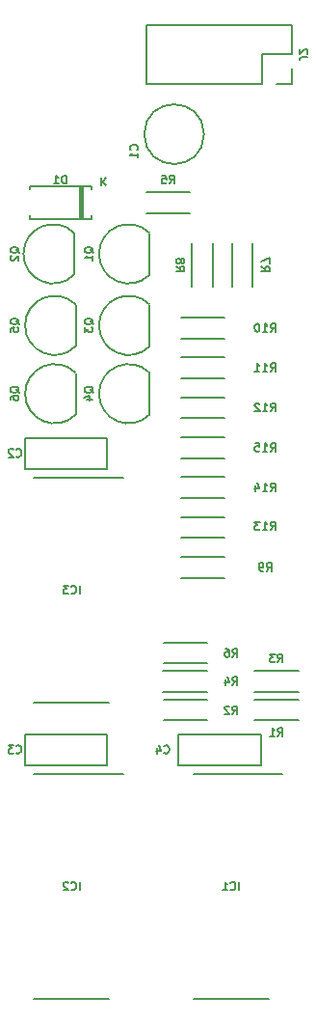
<source format=gbr>
%TF.GenerationSoftware,KiCad,Pcbnew,(6.0.0)*%
%TF.CreationDate,2022-02-24T16:42:11-08:00*%
%TF.ProjectId,16Bars,31364261-7273-42e6-9b69-6361645f7063,rev?*%
%TF.SameCoordinates,Original*%
%TF.FileFunction,Legend,Bot*%
%TF.FilePolarity,Positive*%
%FSLAX46Y46*%
G04 Gerber Fmt 4.6, Leading zero omitted, Abs format (unit mm)*
G04 Created by KiCad (PCBNEW (6.0.0)) date 2022-02-24 16:42:11*
%MOMM*%
%LPD*%
G01*
G04 APERTURE LIST*
%ADD10C,0.150000*%
G04 APERTURE END LIST*
D10*
%TO.C,R5*%
X71580000Y-51325714D02*
X71820000Y-50982857D01*
X71991428Y-51325714D02*
X71991428Y-50605714D01*
X71717142Y-50605714D01*
X71648571Y-50640000D01*
X71614285Y-50674285D01*
X71580000Y-50742857D01*
X71580000Y-50845714D01*
X71614285Y-50914285D01*
X71648571Y-50948571D01*
X71717142Y-50982857D01*
X71991428Y-50982857D01*
X70928571Y-50605714D02*
X71271428Y-50605714D01*
X71305714Y-50948571D01*
X71271428Y-50914285D01*
X71202857Y-50880000D01*
X71031428Y-50880000D01*
X70962857Y-50914285D01*
X70928571Y-50948571D01*
X70894285Y-51017142D01*
X70894285Y-51188571D01*
X70928571Y-51257142D01*
X70962857Y-51291428D01*
X71031428Y-51325714D01*
X71202857Y-51325714D01*
X71271428Y-51291428D01*
X71305714Y-51257142D01*
%TO.C,R7*%
X79674285Y-58580000D02*
X80017142Y-58820000D01*
X79674285Y-58991428D02*
X80394285Y-58991428D01*
X80394285Y-58717142D01*
X80360000Y-58648571D01*
X80325714Y-58614285D01*
X80257142Y-58580000D01*
X80154285Y-58580000D01*
X80085714Y-58614285D01*
X80051428Y-58648571D01*
X80017142Y-58717142D01*
X80017142Y-58991428D01*
X80394285Y-58340000D02*
X80394285Y-57860000D01*
X79674285Y-58168571D01*
%TO.C,R8*%
X72174285Y-58580000D02*
X72517142Y-58820000D01*
X72174285Y-58991428D02*
X72894285Y-58991428D01*
X72894285Y-58717142D01*
X72860000Y-58648571D01*
X72825714Y-58614285D01*
X72757142Y-58580000D01*
X72654285Y-58580000D01*
X72585714Y-58614285D01*
X72551428Y-58648571D01*
X72517142Y-58717142D01*
X72517142Y-58991428D01*
X72585714Y-58168571D02*
X72620000Y-58237142D01*
X72654285Y-58271428D01*
X72722857Y-58305714D01*
X72757142Y-58305714D01*
X72825714Y-58271428D01*
X72860000Y-58237142D01*
X72894285Y-58168571D01*
X72894285Y-58031428D01*
X72860000Y-57962857D01*
X72825714Y-57928571D01*
X72757142Y-57894285D01*
X72722857Y-57894285D01*
X72654285Y-57928571D01*
X72620000Y-57962857D01*
X72585714Y-58031428D01*
X72585714Y-58168571D01*
X72551428Y-58237142D01*
X72517142Y-58271428D01*
X72448571Y-58305714D01*
X72311428Y-58305714D01*
X72242857Y-58271428D01*
X72208571Y-58237142D01*
X72174285Y-58168571D01*
X72174285Y-58031428D01*
X72208571Y-57962857D01*
X72242857Y-57928571D01*
X72311428Y-57894285D01*
X72448571Y-57894285D01*
X72517142Y-57928571D01*
X72551428Y-57962857D01*
X72585714Y-58031428D01*
%TO.C,IC3*%
X63702857Y-87325714D02*
X63702857Y-86605714D01*
X62948571Y-87257142D02*
X62982857Y-87291428D01*
X63085714Y-87325714D01*
X63154285Y-87325714D01*
X63257142Y-87291428D01*
X63325714Y-87222857D01*
X63360000Y-87154285D01*
X63394285Y-87017142D01*
X63394285Y-86914285D01*
X63360000Y-86777142D01*
X63325714Y-86708571D01*
X63257142Y-86640000D01*
X63154285Y-86605714D01*
X63085714Y-86605714D01*
X62982857Y-86640000D01*
X62948571Y-86674285D01*
X62708571Y-86605714D02*
X62262857Y-86605714D01*
X62502857Y-86880000D01*
X62400000Y-86880000D01*
X62331428Y-86914285D01*
X62297142Y-86948571D01*
X62262857Y-87017142D01*
X62262857Y-87188571D01*
X62297142Y-87257142D01*
X62331428Y-87291428D01*
X62400000Y-87325714D01*
X62605714Y-87325714D01*
X62674285Y-87291428D01*
X62708571Y-87257142D01*
%TO.C,D1*%
X62531428Y-51325714D02*
X62531428Y-50605714D01*
X62360000Y-50605714D01*
X62257142Y-50640000D01*
X62188571Y-50708571D01*
X62154285Y-50777142D01*
X62120000Y-50914285D01*
X62120000Y-51017142D01*
X62154285Y-51154285D01*
X62188571Y-51222857D01*
X62257142Y-51291428D01*
X62360000Y-51325714D01*
X62531428Y-51325714D01*
X61434285Y-51325714D02*
X61845714Y-51325714D01*
X61640000Y-51325714D02*
X61640000Y-50605714D01*
X61708571Y-50708571D01*
X61777142Y-50777142D01*
X61845714Y-50811428D01*
X65621428Y-50774285D02*
X65621428Y-51494285D01*
X66032857Y-50774285D02*
X65724285Y-51185714D01*
X66032857Y-51494285D02*
X65621428Y-51082857D01*
%TO.C,R9*%
X80120000Y-85325714D02*
X80360000Y-84982857D01*
X80531428Y-85325714D02*
X80531428Y-84605714D01*
X80257142Y-84605714D01*
X80188571Y-84640000D01*
X80154285Y-84674285D01*
X80120000Y-84742857D01*
X80120000Y-84845714D01*
X80154285Y-84914285D01*
X80188571Y-84948571D01*
X80257142Y-84982857D01*
X80531428Y-84982857D01*
X79777142Y-85325714D02*
X79640000Y-85325714D01*
X79571428Y-85291428D01*
X79537142Y-85257142D01*
X79468571Y-85154285D01*
X79434285Y-85017142D01*
X79434285Y-84742857D01*
X79468571Y-84674285D01*
X79502857Y-84640000D01*
X79571428Y-84605714D01*
X79708571Y-84605714D01*
X79777142Y-84640000D01*
X79811428Y-84674285D01*
X79845714Y-84742857D01*
X79845714Y-84914285D01*
X79811428Y-84982857D01*
X79777142Y-85017142D01*
X79708571Y-85051428D01*
X79571428Y-85051428D01*
X79502857Y-85017142D01*
X79468571Y-84982857D01*
X79434285Y-84914285D01*
%TO.C,C3*%
X58120000Y-101257142D02*
X58154285Y-101291428D01*
X58257142Y-101325714D01*
X58325714Y-101325714D01*
X58428571Y-101291428D01*
X58497142Y-101222857D01*
X58531428Y-101154285D01*
X58565714Y-101017142D01*
X58565714Y-100914285D01*
X58531428Y-100777142D01*
X58497142Y-100708571D01*
X58428571Y-100640000D01*
X58325714Y-100605714D01*
X58257142Y-100605714D01*
X58154285Y-100640000D01*
X58120000Y-100674285D01*
X57880000Y-100605714D02*
X57434285Y-100605714D01*
X57674285Y-100880000D01*
X57571428Y-100880000D01*
X57502857Y-100914285D01*
X57468571Y-100948571D01*
X57434285Y-101017142D01*
X57434285Y-101188571D01*
X57468571Y-101257142D01*
X57502857Y-101291428D01*
X57571428Y-101325714D01*
X57777142Y-101325714D01*
X57845714Y-101291428D01*
X57880000Y-101257142D01*
%TO.C,Q5*%
X58394285Y-63701428D02*
X58360000Y-63632857D01*
X58291428Y-63564285D01*
X58188571Y-63461428D01*
X58154285Y-63392857D01*
X58154285Y-63324285D01*
X58325714Y-63358571D02*
X58291428Y-63290000D01*
X58222857Y-63221428D01*
X58085714Y-63187142D01*
X57845714Y-63187142D01*
X57708571Y-63221428D01*
X57640000Y-63290000D01*
X57605714Y-63358571D01*
X57605714Y-63495714D01*
X57640000Y-63564285D01*
X57708571Y-63632857D01*
X57845714Y-63667142D01*
X58085714Y-63667142D01*
X58222857Y-63632857D01*
X58291428Y-63564285D01*
X58325714Y-63495714D01*
X58325714Y-63358571D01*
X57605714Y-64318571D02*
X57605714Y-63975714D01*
X57948571Y-63941428D01*
X57914285Y-63975714D01*
X57880000Y-64044285D01*
X57880000Y-64215714D01*
X57914285Y-64284285D01*
X57948571Y-64318571D01*
X58017142Y-64352857D01*
X58188571Y-64352857D01*
X58257142Y-64318571D01*
X58291428Y-64284285D01*
X58325714Y-64215714D01*
X58325714Y-64044285D01*
X58291428Y-63975714D01*
X58257142Y-63941428D01*
%TO.C,R2*%
X77120000Y-97897143D02*
X77360000Y-97554286D01*
X77531428Y-97897143D02*
X77531428Y-97177143D01*
X77257142Y-97177143D01*
X77188571Y-97211429D01*
X77154285Y-97245714D01*
X77120000Y-97314286D01*
X77120000Y-97417143D01*
X77154285Y-97485714D01*
X77188571Y-97520000D01*
X77257142Y-97554286D01*
X77531428Y-97554286D01*
X76845714Y-97245714D02*
X76811428Y-97211429D01*
X76742857Y-97177143D01*
X76571428Y-97177143D01*
X76502857Y-97211429D01*
X76468571Y-97245714D01*
X76434285Y-97314286D01*
X76434285Y-97382857D01*
X76468571Y-97485714D01*
X76880000Y-97897143D01*
X76434285Y-97897143D01*
%TO.C,IC1*%
X77702857Y-113325714D02*
X77702857Y-112605714D01*
X76948571Y-113257142D02*
X76982857Y-113291428D01*
X77085714Y-113325714D01*
X77154285Y-113325714D01*
X77257142Y-113291428D01*
X77325714Y-113222857D01*
X77360000Y-113154285D01*
X77394285Y-113017142D01*
X77394285Y-112914285D01*
X77360000Y-112777142D01*
X77325714Y-112708571D01*
X77257142Y-112640000D01*
X77154285Y-112605714D01*
X77085714Y-112605714D01*
X76982857Y-112640000D01*
X76948571Y-112674285D01*
X76262857Y-113325714D02*
X76674285Y-113325714D01*
X76468571Y-113325714D02*
X76468571Y-112605714D01*
X76537142Y-112708571D01*
X76605714Y-112777142D01*
X76674285Y-112811428D01*
%TO.C,C4*%
X71120000Y-101257142D02*
X71154285Y-101291428D01*
X71257142Y-101325714D01*
X71325714Y-101325714D01*
X71428571Y-101291428D01*
X71497142Y-101222857D01*
X71531428Y-101154285D01*
X71565714Y-101017142D01*
X71565714Y-100914285D01*
X71531428Y-100777142D01*
X71497142Y-100708571D01*
X71428571Y-100640000D01*
X71325714Y-100605714D01*
X71257142Y-100605714D01*
X71154285Y-100640000D01*
X71120000Y-100674285D01*
X70502857Y-100845714D02*
X70502857Y-101325714D01*
X70674285Y-100571428D02*
X70845714Y-101085714D01*
X70400000Y-101085714D01*
%TO.C,R13*%
X80462857Y-81725714D02*
X80702857Y-81382857D01*
X80874285Y-81725714D02*
X80874285Y-81005714D01*
X80600000Y-81005714D01*
X80531428Y-81040000D01*
X80497142Y-81074285D01*
X80462857Y-81142857D01*
X80462857Y-81245714D01*
X80497142Y-81314285D01*
X80531428Y-81348571D01*
X80600000Y-81382857D01*
X80874285Y-81382857D01*
X79777142Y-81725714D02*
X80188571Y-81725714D01*
X79982857Y-81725714D02*
X79982857Y-81005714D01*
X80051428Y-81108571D01*
X80120000Y-81177142D01*
X80188571Y-81211428D01*
X79537142Y-81005714D02*
X79091428Y-81005714D01*
X79331428Y-81280000D01*
X79228571Y-81280000D01*
X79160000Y-81314285D01*
X79125714Y-81348571D01*
X79091428Y-81417142D01*
X79091428Y-81588571D01*
X79125714Y-81657142D01*
X79160000Y-81691428D01*
X79228571Y-81725714D01*
X79434285Y-81725714D01*
X79502857Y-81691428D01*
X79537142Y-81657142D01*
%TO.C,R6*%
X77120000Y-92861430D02*
X77360000Y-92518573D01*
X77531428Y-92861430D02*
X77531428Y-92141430D01*
X77257142Y-92141430D01*
X77188571Y-92175716D01*
X77154285Y-92210001D01*
X77120000Y-92278573D01*
X77120000Y-92381430D01*
X77154285Y-92450001D01*
X77188571Y-92484287D01*
X77257142Y-92518573D01*
X77531428Y-92518573D01*
X76502857Y-92141430D02*
X76640000Y-92141430D01*
X76708571Y-92175716D01*
X76742857Y-92210001D01*
X76811428Y-92312858D01*
X76845714Y-92450001D01*
X76845714Y-92724287D01*
X76811428Y-92792858D01*
X76777142Y-92827144D01*
X76708571Y-92861430D01*
X76571428Y-92861430D01*
X76502857Y-92827144D01*
X76468571Y-92792858D01*
X76434285Y-92724287D01*
X76434285Y-92552858D01*
X76468571Y-92484287D01*
X76502857Y-92450001D01*
X76571428Y-92415716D01*
X76708571Y-92415716D01*
X76777142Y-92450001D01*
X76811428Y-92484287D01*
X76845714Y-92552858D01*
%TO.C,Q1*%
X64894285Y-57431428D02*
X64860000Y-57362857D01*
X64791428Y-57294285D01*
X64688571Y-57191428D01*
X64654285Y-57122857D01*
X64654285Y-57054285D01*
X64825714Y-57088571D02*
X64791428Y-57020000D01*
X64722857Y-56951428D01*
X64585714Y-56917142D01*
X64345714Y-56917142D01*
X64208571Y-56951428D01*
X64140000Y-57020000D01*
X64105714Y-57088571D01*
X64105714Y-57225714D01*
X64140000Y-57294285D01*
X64208571Y-57362857D01*
X64345714Y-57397142D01*
X64585714Y-57397142D01*
X64722857Y-57362857D01*
X64791428Y-57294285D01*
X64825714Y-57225714D01*
X64825714Y-57088571D01*
X64825714Y-58082857D02*
X64825714Y-57671428D01*
X64825714Y-57877142D02*
X64105714Y-57877142D01*
X64208571Y-57808571D01*
X64277142Y-57740000D01*
X64311428Y-57671428D01*
%TO.C,C2*%
X58120000Y-75257142D02*
X58154285Y-75291428D01*
X58257142Y-75325714D01*
X58325714Y-75325714D01*
X58428571Y-75291428D01*
X58497142Y-75222857D01*
X58531428Y-75154285D01*
X58565714Y-75017142D01*
X58565714Y-74914285D01*
X58531428Y-74777142D01*
X58497142Y-74708571D01*
X58428571Y-74640000D01*
X58325714Y-74605714D01*
X58257142Y-74605714D01*
X58154285Y-74640000D01*
X58120000Y-74674285D01*
X57845714Y-74674285D02*
X57811428Y-74640000D01*
X57742857Y-74605714D01*
X57571428Y-74605714D01*
X57502857Y-74640000D01*
X57468571Y-74674285D01*
X57434285Y-74742857D01*
X57434285Y-74811428D01*
X57468571Y-74914285D01*
X57880000Y-75325714D01*
X57434285Y-75325714D01*
%TO.C,Q2*%
X58394285Y-57431428D02*
X58360000Y-57362857D01*
X58291428Y-57294285D01*
X58188571Y-57191428D01*
X58154285Y-57122857D01*
X58154285Y-57054285D01*
X58325714Y-57088571D02*
X58291428Y-57020000D01*
X58222857Y-56951428D01*
X58085714Y-56917142D01*
X57845714Y-56917142D01*
X57708571Y-56951428D01*
X57640000Y-57020000D01*
X57605714Y-57088571D01*
X57605714Y-57225714D01*
X57640000Y-57294285D01*
X57708571Y-57362857D01*
X57845714Y-57397142D01*
X58085714Y-57397142D01*
X58222857Y-57362857D01*
X58291428Y-57294285D01*
X58325714Y-57225714D01*
X58325714Y-57088571D01*
X57674285Y-57671428D02*
X57640000Y-57705714D01*
X57605714Y-57774285D01*
X57605714Y-57945714D01*
X57640000Y-58014285D01*
X57674285Y-58048571D01*
X57742857Y-58082857D01*
X57811428Y-58082857D01*
X57914285Y-58048571D01*
X58325714Y-57637142D01*
X58325714Y-58082857D01*
%TO.C,R12*%
X80462857Y-71325714D02*
X80702857Y-70982857D01*
X80874285Y-71325714D02*
X80874285Y-70605714D01*
X80600000Y-70605714D01*
X80531428Y-70640000D01*
X80497142Y-70674285D01*
X80462857Y-70742857D01*
X80462857Y-70845714D01*
X80497142Y-70914285D01*
X80531428Y-70948571D01*
X80600000Y-70982857D01*
X80874285Y-70982857D01*
X79777142Y-71325714D02*
X80188571Y-71325714D01*
X79982857Y-71325714D02*
X79982857Y-70605714D01*
X80051428Y-70708571D01*
X80120000Y-70777142D01*
X80188571Y-70811428D01*
X79502857Y-70674285D02*
X79468571Y-70640000D01*
X79400000Y-70605714D01*
X79228571Y-70605714D01*
X79160000Y-70640000D01*
X79125714Y-70674285D01*
X79091428Y-70742857D01*
X79091428Y-70811428D01*
X79125714Y-70914285D01*
X79537142Y-71325714D01*
X79091428Y-71325714D01*
%TO.C,R3*%
X81120000Y-93325714D02*
X81360000Y-92982857D01*
X81531428Y-93325714D02*
X81531428Y-92605714D01*
X81257142Y-92605714D01*
X81188571Y-92640000D01*
X81154285Y-92674285D01*
X81120000Y-92742857D01*
X81120000Y-92845714D01*
X81154285Y-92914285D01*
X81188571Y-92948571D01*
X81257142Y-92982857D01*
X81531428Y-92982857D01*
X80880000Y-92605714D02*
X80434285Y-92605714D01*
X80674285Y-92880000D01*
X80571428Y-92880000D01*
X80502857Y-92914285D01*
X80468571Y-92948571D01*
X80434285Y-93017142D01*
X80434285Y-93188571D01*
X80468571Y-93257142D01*
X80502857Y-93291428D01*
X80571428Y-93325714D01*
X80777142Y-93325714D01*
X80845714Y-93291428D01*
X80880000Y-93257142D01*
%TO.C,Q3*%
X64894285Y-63701428D02*
X64860000Y-63632857D01*
X64791428Y-63564285D01*
X64688571Y-63461428D01*
X64654285Y-63392857D01*
X64654285Y-63324285D01*
X64825714Y-63358571D02*
X64791428Y-63290000D01*
X64722857Y-63221428D01*
X64585714Y-63187142D01*
X64345714Y-63187142D01*
X64208571Y-63221428D01*
X64140000Y-63290000D01*
X64105714Y-63358571D01*
X64105714Y-63495714D01*
X64140000Y-63564285D01*
X64208571Y-63632857D01*
X64345714Y-63667142D01*
X64585714Y-63667142D01*
X64722857Y-63632857D01*
X64791428Y-63564285D01*
X64825714Y-63495714D01*
X64825714Y-63358571D01*
X64105714Y-63907142D02*
X64105714Y-64352857D01*
X64380000Y-64112857D01*
X64380000Y-64215714D01*
X64414285Y-64284285D01*
X64448571Y-64318571D01*
X64517142Y-64352857D01*
X64688571Y-64352857D01*
X64757142Y-64318571D01*
X64791428Y-64284285D01*
X64825714Y-64215714D01*
X64825714Y-64010000D01*
X64791428Y-63941428D01*
X64757142Y-63907142D01*
%TO.C,J2*%
X83743885Y-40245000D02*
X83229600Y-40245000D01*
X83126742Y-40279285D01*
X83058171Y-40347857D01*
X83023885Y-40450714D01*
X83023885Y-40519285D01*
X83675314Y-39936428D02*
X83709600Y-39902142D01*
X83743885Y-39833571D01*
X83743885Y-39662142D01*
X83709600Y-39593571D01*
X83675314Y-39559285D01*
X83606742Y-39525000D01*
X83538171Y-39525000D01*
X83435314Y-39559285D01*
X83023885Y-39970714D01*
X83023885Y-39525000D01*
%TO.C,R11*%
X80462857Y-67825714D02*
X80702857Y-67482857D01*
X80874285Y-67825714D02*
X80874285Y-67105714D01*
X80600000Y-67105714D01*
X80531428Y-67140000D01*
X80497142Y-67174285D01*
X80462857Y-67242857D01*
X80462857Y-67345714D01*
X80497142Y-67414285D01*
X80531428Y-67448571D01*
X80600000Y-67482857D01*
X80874285Y-67482857D01*
X79777142Y-67825714D02*
X80188571Y-67825714D01*
X79982857Y-67825714D02*
X79982857Y-67105714D01*
X80051428Y-67208571D01*
X80120000Y-67277142D01*
X80188571Y-67311428D01*
X79091428Y-67825714D02*
X79502857Y-67825714D01*
X79297142Y-67825714D02*
X79297142Y-67105714D01*
X79365714Y-67208571D01*
X79434285Y-67277142D01*
X79502857Y-67311428D01*
%TO.C,R15*%
X80462857Y-74825714D02*
X80702857Y-74482857D01*
X80874285Y-74825714D02*
X80874285Y-74105714D01*
X80600000Y-74105714D01*
X80531428Y-74140000D01*
X80497142Y-74174285D01*
X80462857Y-74242857D01*
X80462857Y-74345714D01*
X80497142Y-74414285D01*
X80531428Y-74448571D01*
X80600000Y-74482857D01*
X80874285Y-74482857D01*
X79777142Y-74825714D02*
X80188571Y-74825714D01*
X79982857Y-74825714D02*
X79982857Y-74105714D01*
X80051428Y-74208571D01*
X80120000Y-74277142D01*
X80188571Y-74311428D01*
X79125714Y-74105714D02*
X79468571Y-74105714D01*
X79502857Y-74448571D01*
X79468571Y-74414285D01*
X79400000Y-74380000D01*
X79228571Y-74380000D01*
X79160000Y-74414285D01*
X79125714Y-74448571D01*
X79091428Y-74517142D01*
X79091428Y-74688571D01*
X79125714Y-74757142D01*
X79160000Y-74791428D01*
X79228571Y-74825714D01*
X79400000Y-74825714D01*
X79468571Y-74791428D01*
X79502857Y-74757142D01*
%TO.C,R10*%
X80462857Y-64325714D02*
X80702857Y-63982857D01*
X80874285Y-64325714D02*
X80874285Y-63605714D01*
X80600000Y-63605714D01*
X80531428Y-63640000D01*
X80497142Y-63674285D01*
X80462857Y-63742857D01*
X80462857Y-63845714D01*
X80497142Y-63914285D01*
X80531428Y-63948571D01*
X80600000Y-63982857D01*
X80874285Y-63982857D01*
X79777142Y-64325714D02*
X80188571Y-64325714D01*
X79982857Y-64325714D02*
X79982857Y-63605714D01*
X80051428Y-63708571D01*
X80120000Y-63777142D01*
X80188571Y-63811428D01*
X79331428Y-63605714D02*
X79262857Y-63605714D01*
X79194285Y-63640000D01*
X79160000Y-63674285D01*
X79125714Y-63742857D01*
X79091428Y-63880000D01*
X79091428Y-64051428D01*
X79125714Y-64188571D01*
X79160000Y-64257142D01*
X79194285Y-64291428D01*
X79262857Y-64325714D01*
X79331428Y-64325714D01*
X79400000Y-64291428D01*
X79434285Y-64257142D01*
X79468571Y-64188571D01*
X79502857Y-64051428D01*
X79502857Y-63880000D01*
X79468571Y-63742857D01*
X79434285Y-63674285D01*
X79400000Y-63640000D01*
X79331428Y-63605714D01*
%TO.C,IC2*%
X63702857Y-113325714D02*
X63702857Y-112605714D01*
X62948571Y-113257142D02*
X62982857Y-113291428D01*
X63085714Y-113325714D01*
X63154285Y-113325714D01*
X63257142Y-113291428D01*
X63325714Y-113222857D01*
X63360000Y-113154285D01*
X63394285Y-113017142D01*
X63394285Y-112914285D01*
X63360000Y-112777142D01*
X63325714Y-112708571D01*
X63257142Y-112640000D01*
X63154285Y-112605714D01*
X63085714Y-112605714D01*
X62982857Y-112640000D01*
X62948571Y-112674285D01*
X62674285Y-112674285D02*
X62640000Y-112640000D01*
X62571428Y-112605714D01*
X62400000Y-112605714D01*
X62331428Y-112640000D01*
X62297142Y-112674285D01*
X62262857Y-112742857D01*
X62262857Y-112811428D01*
X62297142Y-112914285D01*
X62708571Y-113325714D01*
X62262857Y-113325714D01*
%TO.C,C1*%
X68757142Y-48380000D02*
X68791428Y-48345714D01*
X68825714Y-48242857D01*
X68825714Y-48174285D01*
X68791428Y-48071428D01*
X68722857Y-48002857D01*
X68654285Y-47968571D01*
X68517142Y-47934285D01*
X68414285Y-47934285D01*
X68277142Y-47968571D01*
X68208571Y-48002857D01*
X68140000Y-48071428D01*
X68105714Y-48174285D01*
X68105714Y-48242857D01*
X68140000Y-48345714D01*
X68174285Y-48380000D01*
X68825714Y-49065714D02*
X68825714Y-48654285D01*
X68825714Y-48860000D02*
X68105714Y-48860000D01*
X68208571Y-48791428D01*
X68277142Y-48722857D01*
X68311428Y-48654285D01*
%TO.C,Q6*%
X58394285Y-69701428D02*
X58360000Y-69632857D01*
X58291428Y-69564285D01*
X58188571Y-69461428D01*
X58154285Y-69392857D01*
X58154285Y-69324285D01*
X58325714Y-69358571D02*
X58291428Y-69290000D01*
X58222857Y-69221428D01*
X58085714Y-69187142D01*
X57845714Y-69187142D01*
X57708571Y-69221428D01*
X57640000Y-69290000D01*
X57605714Y-69358571D01*
X57605714Y-69495714D01*
X57640000Y-69564285D01*
X57708571Y-69632857D01*
X57845714Y-69667142D01*
X58085714Y-69667142D01*
X58222857Y-69632857D01*
X58291428Y-69564285D01*
X58325714Y-69495714D01*
X58325714Y-69358571D01*
X57605714Y-70284285D02*
X57605714Y-70147142D01*
X57640000Y-70078571D01*
X57674285Y-70044285D01*
X57777142Y-69975714D01*
X57914285Y-69941428D01*
X58188571Y-69941428D01*
X58257142Y-69975714D01*
X58291428Y-70010000D01*
X58325714Y-70078571D01*
X58325714Y-70215714D01*
X58291428Y-70284285D01*
X58257142Y-70318571D01*
X58188571Y-70352857D01*
X58017142Y-70352857D01*
X57948571Y-70318571D01*
X57914285Y-70284285D01*
X57880000Y-70215714D01*
X57880000Y-70078571D01*
X57914285Y-70010000D01*
X57948571Y-69975714D01*
X58017142Y-69941428D01*
%TO.C,Q4*%
X64894285Y-69701428D02*
X64860000Y-69632857D01*
X64791428Y-69564285D01*
X64688571Y-69461428D01*
X64654285Y-69392857D01*
X64654285Y-69324285D01*
X64825714Y-69358571D02*
X64791428Y-69290000D01*
X64722857Y-69221428D01*
X64585714Y-69187142D01*
X64345714Y-69187142D01*
X64208571Y-69221428D01*
X64140000Y-69290000D01*
X64105714Y-69358571D01*
X64105714Y-69495714D01*
X64140000Y-69564285D01*
X64208571Y-69632857D01*
X64345714Y-69667142D01*
X64585714Y-69667142D01*
X64722857Y-69632857D01*
X64791428Y-69564285D01*
X64825714Y-69495714D01*
X64825714Y-69358571D01*
X64345714Y-70284285D02*
X64825714Y-70284285D01*
X64071428Y-70112857D02*
X64585714Y-69941428D01*
X64585714Y-70387142D01*
%TO.C,R1*%
X81120000Y-99825714D02*
X81360000Y-99482857D01*
X81531428Y-99825714D02*
X81531428Y-99105714D01*
X81257142Y-99105714D01*
X81188571Y-99140000D01*
X81154285Y-99174285D01*
X81120000Y-99242857D01*
X81120000Y-99345714D01*
X81154285Y-99414285D01*
X81188571Y-99448571D01*
X81257142Y-99482857D01*
X81531428Y-99482857D01*
X80434285Y-99825714D02*
X80845714Y-99825714D01*
X80640000Y-99825714D02*
X80640000Y-99105714D01*
X80708571Y-99208571D01*
X80777142Y-99277142D01*
X80845714Y-99311428D01*
%TO.C,R4*%
X77120000Y-95325714D02*
X77360000Y-94982857D01*
X77531428Y-95325714D02*
X77531428Y-94605714D01*
X77257142Y-94605714D01*
X77188571Y-94640000D01*
X77154285Y-94674285D01*
X77120000Y-94742857D01*
X77120000Y-94845714D01*
X77154285Y-94914285D01*
X77188571Y-94948571D01*
X77257142Y-94982857D01*
X77531428Y-94982857D01*
X76502857Y-94845714D02*
X76502857Y-95325714D01*
X76674285Y-94571428D02*
X76845714Y-95085714D01*
X76400000Y-95085714D01*
%TO.C,R14*%
X80462857Y-78325714D02*
X80702857Y-77982857D01*
X80874285Y-78325714D02*
X80874285Y-77605714D01*
X80600000Y-77605714D01*
X80531428Y-77640000D01*
X80497142Y-77674285D01*
X80462857Y-77742857D01*
X80462857Y-77845714D01*
X80497142Y-77914285D01*
X80531428Y-77948571D01*
X80600000Y-77982857D01*
X80874285Y-77982857D01*
X79777142Y-78325714D02*
X80188571Y-78325714D01*
X79982857Y-78325714D02*
X79982857Y-77605714D01*
X80051428Y-77708571D01*
X80120000Y-77777142D01*
X80188571Y-77811428D01*
X79160000Y-77845714D02*
X79160000Y-78325714D01*
X79331428Y-77571428D02*
X79502857Y-78085714D01*
X79057142Y-78085714D01*
%TO.C,R5*%
X73380000Y-53920000D02*
X69540000Y-53920000D01*
X73380000Y-52080000D02*
X69540000Y-52080000D01*
%TO.C,R7*%
X77080000Y-60380000D02*
X77080000Y-56540000D01*
X78920000Y-60380000D02*
X78920000Y-56540000D01*
%TO.C,R8*%
X73580000Y-60380000D02*
X73580000Y-56540000D01*
X75420000Y-60380000D02*
X75420000Y-56540000D01*
%TO.C,IC3*%
X67535000Y-77155000D02*
X59700000Y-77155000D01*
X66300000Y-96845000D02*
X59700000Y-96845000D01*
%TO.C,D1*%
X64720000Y-54140000D02*
X64720000Y-54470000D01*
X59280000Y-54470000D02*
X59280000Y-54140000D01*
X63700000Y-51530000D02*
X63700000Y-54470000D01*
X64720000Y-51530000D02*
X59280000Y-51530000D01*
X63820000Y-51530000D02*
X63820000Y-54470000D01*
X63940000Y-51530000D02*
X63940000Y-54470000D01*
X64720000Y-51860000D02*
X64720000Y-51530000D01*
X59280000Y-51530000D02*
X59280000Y-51860000D01*
X64720000Y-54470000D02*
X59280000Y-54470000D01*
%TO.C,R9*%
X72580000Y-85920000D02*
X76420000Y-85920000D01*
X72580000Y-84080000D02*
X76420000Y-84080000D01*
%TO.C,C3*%
X66120000Y-102370000D02*
X58880000Y-102370000D01*
X58880000Y-99630000D02*
X58880000Y-102370000D01*
X66120000Y-99630000D02*
X66120000Y-102370000D01*
X66120000Y-99630000D02*
X58880000Y-99630000D01*
%TO.C,Q5*%
X63350000Y-61970000D02*
X63350000Y-65570000D01*
X63338478Y-61931522D02*
G75*
G03*
X58900000Y-63770000I-1838478J-1838478D01*
G01*
X58899999Y-63770000D02*
G75*
G03*
X63338478Y-65608478I2600001J0D01*
G01*
%TO.C,R2*%
X74920000Y-98420000D02*
X71080000Y-98420000D01*
X74920000Y-96580000D02*
X71080000Y-96580000D01*
%TO.C,IC1*%
X81535000Y-103155000D02*
X73700000Y-103155000D01*
X80300000Y-122845000D02*
X73700000Y-122845000D01*
%TO.C,C4*%
X79620000Y-99630000D02*
X79620000Y-102370000D01*
X79620000Y-102370000D02*
X72380000Y-102370000D01*
X72380000Y-99630000D02*
X72380000Y-102370000D01*
X79620000Y-99630000D02*
X72380000Y-99630000D01*
%TO.C,R13*%
X76420000Y-82420000D02*
X72580000Y-82420000D01*
X76420000Y-80580000D02*
X72580000Y-80580000D01*
%TO.C,R6*%
X74920000Y-93420000D02*
X71080000Y-93420000D01*
X74920000Y-91580000D02*
X71080000Y-91580000D01*
%TO.C,Q1*%
X69850000Y-55700000D02*
X69850000Y-59300000D01*
X65399999Y-57500000D02*
G75*
G03*
X69838478Y-59338478I2600001J0D01*
G01*
X69838478Y-55661522D02*
G75*
G03*
X65400000Y-57500000I-1838478J-1838478D01*
G01*
%TO.C,C2*%
X58880000Y-76370000D02*
X66120000Y-76370000D01*
X58880000Y-73630000D02*
X66120000Y-73630000D01*
X66120000Y-76370000D02*
X66120000Y-73630000D01*
X58880000Y-76370000D02*
X58880000Y-73630000D01*
%TO.C,Q2*%
X63210000Y-55700000D02*
X63210000Y-59300000D01*
X63198478Y-55661522D02*
G75*
G03*
X58760000Y-57500000I-1838478J-1838478D01*
G01*
X58759999Y-57500000D02*
G75*
G03*
X63198478Y-59338478I2600001J0D01*
G01*
%TO.C,R12*%
X76420000Y-71920000D02*
X72580000Y-71920000D01*
X76420000Y-70080000D02*
X72580000Y-70080000D01*
%TO.C,R3*%
X79080000Y-94080000D02*
X82920000Y-94080000D01*
X79080000Y-95920000D02*
X82920000Y-95920000D01*
%TO.C,Q3*%
X69850000Y-61970000D02*
X69850000Y-65570000D01*
X69838478Y-61931522D02*
G75*
G03*
X65400000Y-63770000I-1838478J-1838478D01*
G01*
X65399999Y-63770000D02*
G75*
G03*
X69838478Y-65608478I2600001J0D01*
G01*
%TO.C,J2*%
X82349600Y-42605000D02*
X82349600Y-41275000D01*
X82349600Y-37405000D02*
X69529600Y-37405000D01*
X79749600Y-42605000D02*
X79749600Y-40005000D01*
X82349600Y-40005000D02*
X82349600Y-37405000D01*
X69529600Y-42605000D02*
X69529600Y-37405000D01*
X81019600Y-42605000D02*
X82349600Y-42605000D01*
X79749600Y-40005000D02*
X82349600Y-40005000D01*
X79749600Y-42605000D02*
X69529600Y-42605000D01*
%TO.C,R11*%
X76420000Y-66580000D02*
X72580000Y-66580000D01*
X76420000Y-68420000D02*
X72580000Y-68420000D01*
%TO.C,R15*%
X76420000Y-73580000D02*
X72580000Y-73580000D01*
X76420000Y-75420000D02*
X72580000Y-75420000D01*
%TO.C,R10*%
X76420000Y-63080000D02*
X72580000Y-63080000D01*
X76420000Y-64920000D02*
X72580000Y-64920000D01*
%TO.C,IC2*%
X66300000Y-122845000D02*
X59700000Y-122845000D01*
X67535000Y-103155000D02*
X59700000Y-103155000D01*
%TO.C,C1*%
X74620000Y-47000000D02*
G75*
G03*
X74620000Y-47000000I-2620000J0D01*
G01*
%TO.C,Q6*%
X63338478Y-67931522D02*
G75*
G03*
X58900000Y-69770000I-1838478J-1838478D01*
G01*
X58899999Y-69770000D02*
G75*
G03*
X63338478Y-71608478I2600001J0D01*
G01*
X63350000Y-67970000D02*
X63350000Y-71570000D01*
%TO.C,Q4*%
X69850000Y-67970000D02*
X69850000Y-71570000D01*
X65399999Y-69770000D02*
G75*
G03*
X69838478Y-71608478I2600001J0D01*
G01*
X69838478Y-67931522D02*
G75*
G03*
X65400000Y-69770000I-1838478J-1838478D01*
G01*
%TO.C,R1*%
X82920000Y-98420000D02*
X79080000Y-98420000D01*
X82920000Y-96580000D02*
X79080000Y-96580000D01*
%TO.C,R4*%
X74880000Y-95920000D02*
X71040000Y-95920000D01*
X74880000Y-94080000D02*
X71040000Y-94080000D01*
%TO.C,R14*%
X76420000Y-77080000D02*
X72580000Y-77080000D01*
X76420000Y-78920000D02*
X72580000Y-78920000D01*
%TD*%
M02*

</source>
